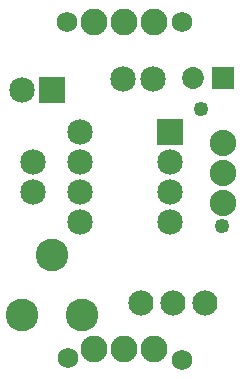
<source format=gbs>
G04 MADE WITH FRITZING*
G04 WWW.FRITZING.ORG*
G04 DOUBLE SIDED*
G04 HOLES PLATED*
G04 CONTOUR ON CENTER OF CONTOUR VECTOR*
%ASAXBY*%
%FSLAX23Y23*%
%MOIN*%
%OFA0B0*%
%SFA1.0B1.0*%
%ADD10C,0.085000*%
%ADD11C,0.109000*%
%ADD12C,0.072992*%
%ADD13C,0.084000*%
%ADD14C,0.088000*%
%ADD15C,0.089370*%
%ADD16C,0.069055*%
%ADD17C,0.049370*%
%ADD18R,0.085000X0.085000*%
%ADD19R,0.072992X0.072992*%
%ADD20C,0.039000*%
%LNMASK0*%
G90*
G70*
G54D10*
X552Y852D03*
X252Y852D03*
X552Y752D03*
X252Y752D03*
X552Y652D03*
X252Y652D03*
X552Y552D03*
X252Y552D03*
X552Y852D03*
X252Y852D03*
X552Y752D03*
X252Y752D03*
X552Y652D03*
X252Y652D03*
X552Y552D03*
X252Y552D03*
G54D11*
X259Y242D03*
X59Y242D03*
X159Y442D03*
G54D10*
X95Y652D03*
X95Y752D03*
X95Y652D03*
X95Y752D03*
X496Y1026D03*
X396Y1026D03*
X496Y1026D03*
X396Y1026D03*
X158Y990D03*
X58Y990D03*
X158Y990D03*
X58Y990D03*
G54D12*
X729Y1029D03*
X630Y1029D03*
G54D13*
X670Y281D03*
X563Y281D03*
X456Y281D03*
G54D14*
X729Y614D03*
X729Y815D03*
X729Y714D03*
G54D15*
X500Y128D03*
X400Y128D03*
X300Y128D03*
X500Y128D03*
X400Y128D03*
X300Y128D03*
X500Y1218D03*
X400Y1218D03*
X300Y1218D03*
X500Y1218D03*
X400Y1218D03*
X300Y1218D03*
G54D16*
X213Y96D03*
X209Y1218D03*
X591Y1218D03*
X591Y92D03*
G54D17*
X725Y536D03*
X655Y926D03*
G54D18*
X552Y852D03*
X552Y852D03*
X158Y990D03*
X158Y990D03*
G54D19*
X729Y1029D03*
G54D20*
G36*
X24Y277D02*
X94Y277D01*
X94Y207D01*
X24Y207D01*
X24Y277D01*
G37*
D02*
G04 End of Mask0*
M02*
</source>
